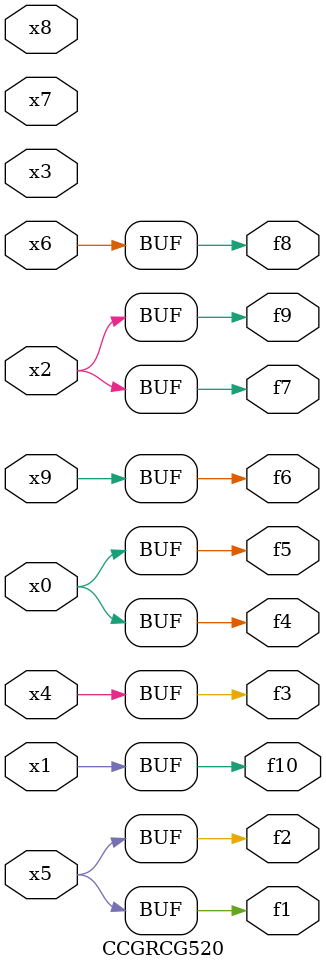
<source format=v>
module CCGRCG520(
	input x0, x1, x2, x3, x4, x5, x6, x7, x8, x9,
	output f1, f2, f3, f4, f5, f6, f7, f8, f9, f10
);
	assign f1 = x5;
	assign f2 = x5;
	assign f3 = x4;
	assign f4 = x0;
	assign f5 = x0;
	assign f6 = x9;
	assign f7 = x2;
	assign f8 = x6;
	assign f9 = x2;
	assign f10 = x1;
endmodule

</source>
